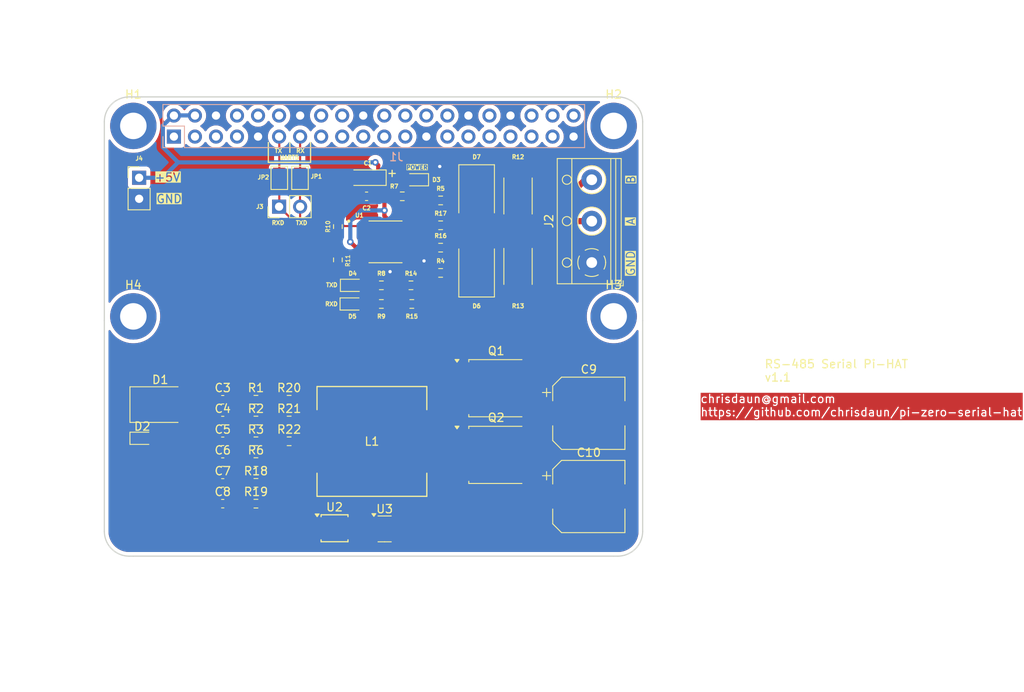
<source format=kicad_pcb>
(kicad_pcb (version 20240108) (generator "pcbnew") (generator_version "8.0")
  (title_block (title "Raspberry Pi Zero (W) uHAT Template Board") (date "2019-02-28") (rev "1.0") (comment 1 "This PCB design is licensed under MIT Open Source License."))
  (layers (0 "F.Cu" signal) (31 "B.Cu" signal) (34 "B.Paste" user) (35 "F.Paste" user) (36 "B.SilkS" user "B.Silkscreen") (37 "F.SilkS" user "F.Silkscreen") (38 "B.Mask" user) (39 "F.Mask" user) (44 "Edge.Cuts" user))
  (net 0 "")
  (net 1 "/GPIO21")
  (net 2 "+5V")
  (net 3 "/GPIO20")
  (net 4 "/GPIO26")
  (net 5 "GND")
  (net 6 "/GPIO16")
  (net 7 "/GPIO19")
  (net 8 "/GPIO13")
  (net 9 "/GPIO12")
  (net 10 "/GPIO6")
  (net 11 "/GPIO5")
  (net 12 "/ID_SC")
  (net 13 "/ID_SD")
  (net 14 "/GPIO7_SPI_CE1_N")
  (net 15 "/GPIO8_SPI_CE0_N")
  (net 16 "/GPIO11_SPI_SCLK")
  (net 17 "/GPIO25_GEN6")
  (net 18 "/GPIO9_SPI_MISO")
  (net 19 "/GPIO10_SPI_MOSI")
  (net 20 "/GPIO24_GEN5")
  (net 21 "/GPIO23_GEN4")
  (net 22 "/GPIO22_GEN3")
  (net 23 "/GPIO18_GEN1")
  (net 24 "/GPIO15_RXD0")
  (net 25 "/GPIO14_TXD0")
  (net 26 "/GPIO4_GPIO_GCLK")
  (net 27 "/GPIO3_SCL1")
  (net 28 "/GPIO2_SDA1")
  (net 29 "Net-(U1-DI)")
  (net 30 "Net-(D3-A)")
  (net 31 "Net-(D5-A)")
  (net 32 "Net-(R14-Pad1)")
  (net 33 "Net-(R16-Pad2)")
  (net 34 "Net-(D4-K)")
  (net 35 "Net-(D4-A)")
  (net 36 "Net-(J2-Pin_2)")
  (net 37 "/+")
  (net 38 "Net-(J2-Pin_3)")
  (net 39 "GPIO17")
  (net 40 "GPIO27")
  (net 41 "Net-(D6-A1)")
  (net 42 "Net-(D7-A1)")
  (net 43 "/-")
  (net 44 "TXD")
  (net 45 "RXD")
  (net 100 "Net-(L1-Pad1)")
  (net 101 "Net-(Q1-S)")
  (footprint "MountingHole:MountingHole_3.2mm_M3_DIN965_Pad" (layer "F.Cu") (at 121.032 94.568)
    (property "Reference" "H1" (at 0 -3.8 0) (layer "F.SilkS"))
    (property "Value" "MountingHole_Pad")
    (pad "1" thru_hole circle (at 0 0) (size 5.6 5.6) (drill 3.2) (layers "*.Cu" "*.Mask") (net 5 "GND"))
  )
  (footprint "MountingHole:MountingHole_3.2mm_M3_DIN965_Pad" (layer "F.Cu") (at 179.032 94.568)
    (property "Reference" "H2" (at 0 -3.8 0) (layer "F.SilkS"))
    (property "Value" "MountingHole_Pad")
    (pad "1" thru_hole circle (at 0 0) (size 5.6 5.6) (drill 3.2) (layers "*.Cu" "*.Mask") (net 5 "GND"))
  )
  (footprint "MountingHole:MountingHole_3.2mm_M3_DIN965_Pad" (layer "F.Cu") (at 179.032 117.568)
    (property "Reference" "H3" (at 0 -3.8 0) (layer "F.SilkS"))
    (property "Value" "MountingHole_Pad")
    (pad "1" thru_hole circle (at 0 0) (size 5.6 5.6) (drill 3.2) (layers "*.Cu" "*.Mask") (net 5 "GND"))
  )
  (footprint "MountingHole:MountingHole_3.2mm_M3_DIN965_Pad" (layer "F.Cu") (at 121.032 117.568)
    (property "Reference" "H4" (at 0 -3.8 0) (layer "F.SilkS"))
    (property "Value" "MountingHole_Pad")
    (pad "1" thru_hole circle (at 0 0) (size 5.6 5.6) (drill 3.2) (layers "*.Cu" "*.Mask") (net 5 "GND"))
  )
  (footprint "Resistor_SMD:R_0603_1608Metric" (layer "F.Cu") (at 158.137 109.268)
    (property "Reference" "R16" (at 0 -1.43 0) (layer "F.SilkS") (effects (font (size 0.5 0.5) (thickness 0.125))))
    (property "Value" "120")
    (pad "1" smd roundrect (at -0.825 0) (size 0.8 0.95) (layers "F.Cu" "F.Paste" "F.Mask") (net 41 "Net-(D6-A1)"))
    (pad "2" smd roundrect (at 0.825 0) (size 0.8 0.95) (layers "F.Cu" "F.Paste" "F.Mask") (net 33 "Net-(R16-Pad2)"))
  )
  (footprint "Resistor_SMD:R_0603_1608Metric" (layer "F.Cu") (at 153.507 103.068)
    (property "Reference" "R7" (at -0.975 -1.2 0) (layer "F.SilkS") (effects (font (size 0.5 0.5) (thickness 0.125))))
    (property "Value" "103")
    (pad "1" smd roundrect (at -0.825 0) (size 0.8 0.95) (layers "F.Cu" "F.Paste" "F.Mask") (net 2 "+5V"))
    (pad "2" smd roundrect (at 0.825 0) (size 0.8 0.95) (layers "F.Cu" "F.Paste" "F.Mask") (net 30 "Net-(D3-A)"))
  )
  (footprint "Jumper:SolderJumper-2_P1.3mm_Open_TrianglePad1.0x1.5mm" (layer "F.Cu") (at 138.657 100.843 -90)
    (property "Reference" "JP2" (at -0.075 1.925 180) (layer "F.SilkS") (effects (font (size 0.5 0.5) (thickness 0.125))))
    (property "Value" "SolderJumper_2_Open")
    (pad "1" smd custom (at -0.725 0 270) (size 0.3 0.3) (layers "F.Cu" "F.Mask") (net 45 "RXD") (options (clearance outline) (anchor rect)) (primitives (gr_poly (pts (xy 1 0) (xy 0.5 0.75) (xy -0.5 0.75) (xy -0.5 -0.75) (xy 0.5 -0.75)) (width 0) (fill yes))))
    (pad "2" smd custom (at 0.725 0 270) (size 0.3 0.3) (layers "F.Cu" "F.Mask") (net 37 "/+") (options (clearance outline) (anchor rect)) (primitives (gr_poly (pts (xy 0.5 0.75) (xy -0.65 0.75) (xy -0.15 0) (xy -0.65 -0.75) (xy 0.5 -0.75)) (width 0) (fill yes))))
  )
  (footprint "Resistor_SMD:R_0603_1608Metric" (layer "F.Cu") (at 135.8365 140.181)
    (property "Reference" "R19" (at 0 -1.43 0) (layer "F.SilkS"))
    (property "Value" "R")
    (pad "1" smd roundrect (at -0.825 0) (size 0.8 0.95) (layers "F.Cu" "F.Paste" "F.Mask"))
    (pad "2" smd roundrect (at 0.825 0) (size 0.8 0.95) (layers "F.Cu" "F.Paste" "F.Mask"))
  )
  (footprint "Capacitor_Tantalum_SMD:CP_EIA-3216-18_Kemet-A" (layer "F.Cu") (at 149.252 100.818 180)
    (property "Reference" "C1" (at -0.1 1.75 0) (layer "F.SilkS") (effects (font (size 0.5 0.5) (thickness 0.125))))
    (property "Value" "C106")
    (pad "1" smd roundrect (at -1.35 0 180) (size 1.4 1.35) (layers "F.Cu" "F.Paste" "F.Mask") (roundrect_rratio 0.185185) (net 2 "+5V"))
    (pad "2" smd roundrect (at 1.35 0 180) (size 1.4 1.35) (layers "F.Cu" "F.Paste" "F.Mask") (roundrect_rratio 0.185185) (net 5 "GND"))
  )
  (footprint "Resistor_SMD:R_0603_1608Metric" (layer "F.Cu") (at 139.8465 130.141)
    (property "Reference" "R21" (at 0 -1.43 0) (layer "F.SilkS"))
    (property "Value" "R")
    (pad "1" smd roundrect (at -0.825 0) (size 0.8 0.95) (layers "F.Cu" "F.Paste" "F.Mask"))
    (pad "2" smd roundrect (at 0.825 0) (size 0.8 0.95) (layers "F.Cu" "F.Paste" "F.Mask"))
  )
  (footprint "Resistor_SMD:R_0603_1608Metric" (layer "F.Cu") (at 139.8465 127.631)
    (property "Reference" "R20" (at 0 -1.43 0) (layer "F.SilkS"))
    (property "Value" "R")
    (pad "1" smd roundrect (at -0.825 0) (size 0.8 0.95) (layers "F.Cu" "F.Paste" "F.Mask"))
    (pad "2" smd roundrect (at 0.825 0) (size 0.8 0.95) (layers "F.Cu" "F.Paste" "F.Mask"))
  )
  (footprint "Jumper:SolderJumper-2_P1.3mm_Open_TrianglePad1.0x1.5mm" (layer "F.Cu") (at 141.157 100.843 -90)
    (property "Reference" "JP1" (at -0.175 -1.975 180) (layer "F.SilkS") (effects (font (size 0.5 0.5) (thickness 0.125))))
    (property "Value" "SolderJumper_2_Open")
    (pad "1" smd custom (at -0.725 0 270) (size 0.3 0.3) (layers "F.Cu" "F.Mask") (net 44 "TXD") (options (clearance outline) (anchor rect)) (primitives (gr_poly (pts (xy 1 0) (xy 0.5 0.75) (xy -0.5 0.75) (xy -0.5 -0.75) (xy 0.5 -0.75)) (width 0) (fill yes))))
    (pad "2" smd custom (at 0.725 0 270) (size 0.3 0.3) (layers "F.Cu" "F.Mask") (net 43 "/-") (options (clearance outline) (anchor rect)) (primitives (gr_poly (pts (xy 0.5 0.75) (xy -0.65 0.75) (xy -0.15 0) (xy -0.65 -0.75) (xy 0.5 -0.75)) (width 0) (fill yes))))
  )
  (footprint "Capacitor_SMD:CP_Elec_8x10.5" (layer "F.Cu") (at 176.032 129.268)
    (property "Reference" "C9" (at 0 -5.3 0) (layer "F.SilkS"))
    (property "Value" "C_Polarized")
    (pad "1" smd roundrect (at -3.7 0) (size 4.4 2.5) (layers "F.Cu" "F.Paste" "F.Mask") (roundrect_rratio 0.1))
    (pad "2" smd roundrect (at 3.7 0) (size 4.4 2.5) (layers "F.Cu" "F.Paste" "F.Mask") (roundrect_rratio 0.1))
  )
  (footprint "Diode_SMD:D_SMB" (layer "F.Cu") (at 162.482 111.568 90)
    (property "Reference" "D6" (at -4.75 0 180) (layer "F.SilkS") (effects (font (size 0.5 0.5) (thickness 0.125))))
    (property "Value" "SMBJ6.8CA")
    (pad "1" smd roundrect (at -2.15 0 90) (size 2.5 2.3) (layers "F.Cu" "F.Paste" "F.Mask") (roundrect_rratio 0.1086956522) (net 41 "Net-(D6-A1)"))
    (pad "2" smd roundrect (at 2.15 0 90) (size 2.5 2.3) (layers "F.Cu" "F.Paste" "F.Mask") (roundrect_rratio 0.1086956522) (net 5 "GND"))
  )
  (footprint "Resistor_SMD:R_0603_1608Metric" (layer "F.Cu") (at 135.8365 135.161)
    (property "Reference" "R6" (at 0 -1.43 0) (layer "F.SilkS"))
    (property "Value" "R")
    (pad "1" smd roundrect (at -0.825 0) (size 0.8 0.95) (layers "F.Cu" "F.Paste" "F.Mask"))
    (pad "2" smd roundrect (at 0.825 0) (size 0.8 0.95) (layers "F.Cu" "F.Paste" "F.Mask"))
  )
  (footprint "Custom Footprints:IND_BOURNS_SRR1208" (layer "F.Cu") (at 149.8409 132.668)
    (property "Reference" "L1" (at 0 0 0) (layer "F.SilkS"))
    (property "Value" "L")
    (pad "1" smd rect (at -4.9911 0) (size 3.9878 7.0104) (layers "F.Cu" "F.Paste" "F.Mask") (net 100 "Net-(L1-Pad1)"))
    (pad "2" smd rect (at 4.9911 0) (size 3.9878 7.0104) (layers "F.Cu" "F.Paste" "F.Mask") (net 101 "Net-(Q1-S)"))
    (zone (net 0) (net_name "") (layer "F.Cu") (connect_pads (clearance 0)) (min_thickness 0.254)
      (keepout (tracks not_allowed) (vias not_allowed) (pads allowed) (copperpour not_allowed) (footprints allowed))
      (fill (thermal_gap 0.508) (thermal_bridge_width 0.508))
      (polygon (pts (xy 146.8945 126.2164) (xy 152.7873 126.2164) (xy 152.7873 139.1196) (xy 146.8945 139.1196)))
    )
  )
  (footprint "Package_SO:TSSOP-10_3x3mm_P0.5mm" (layer "F.Cu") (at 145.3265 143.151)
    (property "Reference" "U2" (at 0 -2.55 0) (layer "F.SilkS"))
    (property "Value" "CX8571")
    (pad "1" smd rect (at -2.15 -1) (size 1.1 0.25) (layers "F.Cu" "F.Paste" "F.Mask"))
    (pad "2" smd rect (at -2.15 -0.5) (size 1.1 0.25) (layers "F.Cu" "F.Paste" "F.Mask"))
    (pad "3" smd rect (at -2.15 0) (size 1.1 0.25) (layers "F.Cu" "F.Paste" "F.Mask"))
    (pad "4" smd rect (at -2.15 0.5) (size 1.1 0.25) (layers "F.Cu" "F.Paste" "F.Mask"))
    (pad "5" smd rect (at -2.15 1) (size 1.1 0.25) (layers "F.Cu" "F.Paste" "F.Mask"))
    (pad "6" smd rect (at 2.15 1) (size 1.1 0.25) (layers "F.Cu" "F.Paste" "F.Mask"))
    (pad "7" smd rect (at 2.15 0.5) (size 1.1 0.25) (layers "F.Cu" "F.Paste" "F.Mask"))
    (pad "8" smd rect (at 2.15 0) (size 1.1 0.25) (layers "F.Cu" "F.Paste" "F.Mask"))
    (pad "9" smd rect (at 2.15 -0.5) (size 1.1 0.25) (layers "F.Cu" "F.Paste" "F.Mask"))
    (pad "10" smd rect (at 2.15 -1) (size 1.1 0.25) (layers "F.Cu" "F.Paste" "F.Mask"))
  )
  (footprint "LED_SMD:LED_0603_1608Metric" (layer "F.Cu") (at 147.482 116.068)
    (property "Reference" "D5" (at 0 1.5 0) (layer "F.SilkS") (effects (font (size 0.5 0.5) (thickness 0.125))))
    (property "Value" "LED_RXD?")
    (pad "1" smd roundrect (at -0.7875 0) (size 0.875 0.95) (layers "F.Cu" "F.Paste" "F.Mask") (net 37 "/+"))
    (pad "2" smd roundrect (at 0.7875 0) (size 0.875 0.95) (layers "F.Cu" "F.Paste" "F.Mask") (net 31 "Net-(D5-A)"))
  )
  (footprint "Capacitor_SMD:C_0603_1608Metric" (layer "F.Cu") (at 131.8265 130.141)
    (property "Reference" "C4" (at 0 -1.43 0) (layer "F.SilkS"))
    (property "Value" "C")
    (pad "1" smd roundrect (at -0.775 0) (size 0.9 0.95) (layers "F.Cu" "F.Paste" "F.Mask"))
    (pad "2" smd roundrect (at 0.775 0) (size 0.9 0.95) (layers "F.Cu" "F.Paste" "F.Mask"))
  )
  (footprint "Resistor_SMD:R_0603_1608Metric" (layer "F.Cu") (at 135.8365 137.671)
    (property "Reference" "R18" (at 0 -1.43 0) (layer "F.SilkS"))
    (property "Value" "R")
    (pad "1" smd roundrect (at -0.825 0) (size 0.8 0.95) (layers "F.Cu" "F.Paste" "F.Mask"))
    (pad "2" smd roundrect (at 0.825 0) (size 0.8 0.95) (layers "F.Cu" "F.Paste" "F.Mask"))
  )
  (footprint "Connector_PinHeader_2.54mm:PinHeader_1x02_P2.54mm_Vertical" (layer "F.Cu") (at 138.632 104.318 90)
    (property "Reference" "J3" (at 0 -2.33 180) (layer "F.SilkS") (effects (font (size 0.5 0.5) (thickness 0.125))))
    (property "Value" "Conn_01x02_Pin")
    (pad "1" thru_hole rect (at 0 0 90) (size 1.7 1.7) (drill 1) (layers "*.Cu" "*.Mask") (net 37 "/+"))
    (pad "2" thru_hole oval (at 0 2.54 90) (size 1.7 1.7) (drill 1) (layers "*.Cu" "*.Mask") (net 43 "/-"))
  )
  (footprint "Resistor_SMD:R_0603_1608Metric" (layer "F.Cu") (at 139.8465 132.651)
    (property "Reference" "R22" (at 0 -1.43 0) (layer "F.SilkS"))
    (property "Value" "R")
    (pad "1" smd roundrect (at -0.825 0) (size 0.8 0.95) (layers "F.Cu" "F.Paste" "F.Mask"))
    (pad "2" smd roundrect (at 0.825 0) (size 0.8 0.95) (layers "F.Cu" "F.Paste" "F.Mask") (net 100 "Net-(L1-Pad1)"))
  )
  (footprint "Connector_PinHeader_2.54mm:PinHeader_1x02_P2.54mm_Vertical" (layer "F.Cu") (at 121.732 100.828)
    (property "Reference" "J4" (at 0 -2.33 0) (layer "F.SilkS") (effects (font (size 0.5 0.5) (thickness 0.125))))
    (property "Value" "Conn_01x02_Pin")
    (pad "1" thru_hole rect (at 0 0) (size 1.7 1.7) (drill 1) (layers "*.Cu" "*.Mask") (net 2 "+5V"))
    (pad "2" thru_hole oval (at 0 2.54) (size 1.7 1.7) (drill 1) (layers "*.Cu" "*.Mask") (net 5 "GND"))
  )
  (footprint "Package_TO_SOT_SMD:TO-252-2" (layer "F.Cu") (at 164.847 134.293)
    (property "Reference" "Q2" (at 0 -4.5 0) (layer "F.SilkS"))
    (property "Value" "AOD4184")
    (pad "1" smd roundrect (at -5.04 -2.28) (size 2.2 1.2) (layers "F.Cu" "F.Paste" "F.Mask") (roundrect_rratio 0.208333))
    (pad "2" smd roundrect (at -0.415 -1.525) (size 3.05 2.75) (layers "F.Cu" "F.Paste") (roundrect_rratio 0.090909))
    (pad "2" smd roundrect (at -0.415 1.525) (size 3.05 2.75) (layers "F.Cu" "F.Paste") (roundrect_rratio 0.090909))
    (pad "2" smd roundrect (at 1.26 0) (size 6.4 5.8) (layers "F.Cu" "F.Mask") (roundrect_rratio 0.043103))
    (pad "2" smd roundrect (at 2.935 -1.525) (size 3.05 2.75) (layers "F.Cu" "F.Paste") (roundrect_rratio 0.090909))
    (pad "2" smd roundrect (at 2.935 1.525) (size 3.05 2.75) (layers "F.Cu" "F.Paste") (roundrect_rratio 0.090909))
    (pad "3" smd roundrect (at -5.04 2.28) (size 2.2 1.2) (layers "F.Cu" "F.Paste" "F.Mask") (roundrect_rratio 0.208333))
  )
  (footprint "LED_SMD:LED_0603_1608Metric" (layer "F.Cu") (at 147.5195 113.818)
    (property "Reference" "D4" (at 0 -1.43 0) (layer "F.SilkS") (effects (font (size 0.5 0.5) (thickness 0.125))))
    (property "Value" "LED_TXD?")
    (pad "1" smd roundrect (at -0.7875 0) (size 0.875 0.95) (layers "F.Cu" "F.Paste" "F.Mask") (net 34 "Net-(D4-K)"))
    (pad "2" smd roundrect (at 0.7875 0) (size 0.875 0.95) (layers "F.Cu" "F.Paste" "F.Mask") (net 35 "Net-(D4-A)"))
  )
  (footprint "Resistor_SMD:R_0603_1608Metric" (layer "F.Cu") (at 135.8365 127.631)
    (property "Reference" "R1" (at 0 -1.43 0) (layer "F.SilkS"))
    (property "Value" "R")
    (pad "1" smd roundrect (at -0.825 0) (size 0.8 0.95) (layers "F.Cu" "F.Paste" "F.Mask"))
    (pad "2" smd roundrect (at 0.825 0) (size 0.8 0.95) (layers "F.Cu" "F.Paste" "F.Mask"))
  )
  (footprint "Capacitor_SMD:C_0603_1608Metric" (layer "F.Cu") (at 131.8265 132.651)
    (property "Reference" "C5" (at 0 -1.43 0) (layer "F.SilkS"))
    (property "Value" "C")
    (pad "1" smd roundrect (at -0.775 0) (size 0.9 0.95) (layers "F.Cu" "F.Paste" "F.Mask"))
    (pad "2" smd roundrect (at 0.775 0) (size 0.9 0.95) (layers "F.Cu" "F.Paste" "F.Mask"))
  )
  (footprint "Resistor_SMD:R_0603_1608Metric" (layer "F.Cu") (at 158.137 112.318)
    (property "Reference" "R4" (at 0 -1.43 0) (layer "F.SilkS") (effects (font (size 0.5 0.5) (thickness 0.125))))
    (property "Value" "472")
    (pad "1" smd roundrect (at -0.825 0) (size 0.8 0.95) (layers "F.Cu" "F.Paste" "F.Mask") (net 2 "+5V"))
    (pad "2" smd roundrect (at 0.825 0) (size 0.8 0.95) (layers "F.Cu" "F.Paste" "F.Mask") (net 41 "Net-(D6-A1)"))
  )
  (footprint "Resistor_SMD:R_0603_1608Metric" (layer "F.Cu") (at 154.657 116.068)
    (property "Reference" "R15" (at 0 1.5 0) (layer "F.SilkS") (effects (font (size 0.5 0.5) (thickness 0.125))))
    (property "Value" "202")
    (pad "1" smd roundrect (at -0.825 0) (size 0.8 0.95) (layers "F.Cu" "F.Paste" "F.Mask") (net 2 "+5V"))
    (pad "2" smd roundrect (at 0.825 0) (size 0.8 0.95) (layers "F.Cu" "F.Paste" "F.Mask") (net 5 "GND"))
  )
  (footprint "Resistor_SMD:R_0603_1608Metric" (layer "F.Cu") (at 150.982 116.068)
    (property "Reference" "R9" (at 0 1.5 0) (layer "F.SilkS") (effects (font (size 0.5 0.5) (thickness 0.125))))
    (property "Value" "472")
    (pad "1" smd roundrect (at -0.825 0) (size 0.8 0.95) (layers "F.Cu" "F.Paste" "F.Mask") (net 31 "Net-(D5-A)"))
    (pad "2" smd roundrect (at 0.825 0) (size 0.8 0.95) (layers "F.Cu" "F.Paste" "F.Mask") (net 2 "+5V"))
  )
  (footprint "Resistor_SMD:R_2512_6332Metric" (layer "F.Cu") (at 167.482 103.0305 -90)
    (property "Reference" "R12" (at -4.7125 0 0) (layer "F.SilkS") (effects (font (size 0.5 0.5) (thickness 0.125))))
    (property "Value" "10R0")
    (pad "1" smd roundrect (at -2.9625 0 270) (size 1.225 3.35) (layers "F.Cu" "F.Paste" "F.Mask") (roundrect_rratio 0.204082) (net 42 "Net-(D7-A1)"))
    (pad "2" smd roundrect (at 2.9625 0 270) (size 1.225 3.35) (layers "F.Cu" "F.Paste" "F.Mask") (roundrect_rratio 0.204082) (net 38 "Net-(J2-Pin_3)"))
  )
  (footprint "Resistor_SMD:R_2512_6332Metric" (layer "F.Cu") (at 167.482 111.5305 90)
    (property "Reference" "R13" (at -4.7875 0 0) (layer "F.SilkS") (effects (font (size 0.5 0.5) (thickness 0.125))))
    (property "Value" "10R0")
    (pad "1" smd roundrect (at -2.9625 0 90) (size 1.225 3.35) (layers "F.Cu" "F.Paste" "F.Mask") (roundrect_rratio 0.204082) (net 41 "Net-(D6-A1)"))
    (pad "2" smd roundrect (at 2.9625 0 90) (size 1.225 3.35) (layers "F.Cu" "F.Paste" "F.Mask") (roundrect_rratio 0.204082) (net 36 "Net-(J2-Pin_2)"))
  )
  (footprint "Diode_SMD:D_SMB" (layer "F.Cu") (at 124.282 128.218)
    (property "Reference" "D1" (at 0 -3 0) (layer "F.SilkS"))
    (property "Value" "D")
    (pad "1" smd roundrect (at -2.15 0) (size 2.5 2.3) (layers "F.Cu" "F.Paste" "F.Mask") (roundrect_rratio 0.1086956522))
    (pad "2" smd roundrect (at 2.15 0) (size 2.5 2.3) (layers "F.Cu" "F.Paste" "F.Mask") (roundrect_rratio 0.1086956522))
  )
  (footprint "Resistor_SMD:R_0603_1608Metric" (layer "F.Cu") (at 158.137 106.568)
    (property "Reference" "R17" (at 0 -1.43 0) (layer "F.SilkS") (effects (font (size 0.5 0.5) (thickness 0.125))))
    (property "Value" "121")
    (pad "1" smd roundrect (at -0.825 0) (size 0.8 0.95) (layers "F.Cu" "F.Paste" "F.Mask") (net 42 "Net-(D7-A1)"))
    (pad "2" smd roundrect (at 0.825 0) (size 0.8 0.95) (layers "F.Cu" "F.Paste" "F.Mask") (net 33 "Net-(R16-Pad2)"))
  )
  (footprint "Capacitor_SMD:C_0603_1608Metric" (layer "F.Cu") (at 131.8265 140.181)
    (property "Reference" "C8" (at 0 -1.43 0) (layer "F.SilkS"))
    (property "Value" "C")
    (pad "1" smd roundrect (at -0.775 0) (size 0.9 0.95) (layers "F.Cu" "F.Paste" "F.Mask"))
    (pad "2" smd roundrect (at 0.775 0) (size 0.9 0.95) (layers "F.Cu" "F.Paste" "F.Mask"))
  )
  (footprint "Capacitor_SMD:C_0603_1608Metric" (layer "F.Cu") (at 131.8265 127.631)
    (property "Reference" "C3" (at 0 -1.43 0) (layer "F.SilkS"))
    (property "Value" "C")
    (pad "1" smd roundrect (at -0.775 0) (size 0.9 0.95) (layers "F.Cu" "F.Paste" "F.Mask"))
    (pad "2" smd roundrect (at 0.775 0) (size 0.9 0.95) (layers "F.Cu" "F.Paste" "F.Mask"))
  )
  (footprint "Resistor_SMD:R_0603_1608Metric" (layer "F.Cu") (at 145.732 106.723 90)
    (property "Reference" "R10" (at 0 -1.2 90) (layer "F.SilkS") (effects (font (size 0.5 0.5) (thickness 0.1) (bold yes))))
    (property "Value" "200")
    (pad "1" smd roundrect (at -0.825 0 90) (size 0.8 0.95) (layers "F.Cu" "F.Paste" "F.Mask") (net 43 "/-"))
    (pad "2" smd roundrect (at 0.825 0 90) (size 0.8 0.95) (layers "F.Cu" "F.Paste" "F.Mask") (net 34 "Net-(D4-K)"))
  )
  (footprint "Diode_SMD:D_SMB" (layer "F.Cu") (at 162.482 102.918 -90)
    (property "Reference" "D7" (at -4.6 0 180) (layer "F.SilkS") (effects (font (size 0.5 0.5) (thickness 0.125))))
    (property "Value" "SMBJ6.8CA")
    (pad "1" smd roundrect (at -2.15 0 270) (size 2.5 2.3) (layers "F.Cu" "F.Paste" "F.Mask") (roundrect_rratio 0.1086956522) (net 42 "Net-(D7-A1)"))
    (pad "2" smd roundrect (at 2.15 0 270) (size 2.5 2.3) (layers "F.Cu" "F.Paste" "F.Mask") (roundrect_rratio 0.1086956522) (net 5 "GND"))
  )
  (footprint "LED_SMD:LED_0603_1608Metric" (layer "F.Cu") (at 155.1945 101.068 180)
    (property "Reference" "D3" (at -2.4375 0 0) (layer "F.SilkS") (effects (font (size 0.5 0.5) (thickness 0.125))))
    (property "Value" "POWER_LED")
    (pad "1" smd roundrect (at -0.7875 0 180) (size 0.875 0.95) (layers "F.Cu" "F.Paste" "F.Mask") (net 5 "GND"))
    (pad "2" smd roundrect (at 0.7875 0 180) (size 0.875 0.95) (layers "F.Cu" "F.Paste" "F.Mask") (net 30 "Net-(D3-A)"))
  )
  (footprint "Resistor_SMD:R_0603_1608Metric" (layer "F.Cu") (at 154.557 113.818)
    (property "Reference" "R14" (at 0 -1.43 0) (layer "F.SilkS") (effects (font (size 0.5 0.5) (thickness 0.125))))
    (property "Value" "471")
    (pad "1" smd roundrect (at -0.825 0) (size 0.8 0.95) (layers "F.Cu" "F.Paste" "F.Mask") (net 32 "Net-(R14-Pad1)"))
    (pad "2" smd roundrect (at 0.825 0) (size 0.8 0.95) (layers "F.Cu" "F.Paste" "F.Mask") (net 2 "+5V"))
  )
  (footprint "LED_SMD:LED_0603_1608Metric" (layer "F.Cu") (at 122.107 132.288)
    (property "Reference" "D2" (at 0 -1.43 0) (layer "F.SilkS"))
    (property "Value" "LED")
    (pad "1" smd roundrect (at -0.7875 0) (size 0.875 0.95) (layers "F.Cu" "F.Paste" "F.Mask"))
    (pad "2" smd roundrect (at 0.7875 0) (size 0.875 0.95) (layers "F.Cu" "F.Paste" "F.Mask"))
  )
  (footprint "Package_TO_SOT_SMD:TO-252-2" (layer "F.Cu") (at 164.847 126.238)
    (property "Reference" "Q1" (at 0 -4.5 0) (layer "F.SilkS"))
    (property "Value" "AOD4184")
    (pad "1" smd roundrect (at -5.04 -2.28) (size 2.2 1.2) (layers "F.Cu" "F.Paste" "F.Mask") (roundrect_rratio 0.208333))
    (pad "2" smd roundrect (at -0.415 -1.525) (size 3.05 2.75) (layers "F.Cu" "F.Paste") (roundrect_rratio 0.090909))
    (pad "2" smd roundrect (at -0.415 1.525) (size 3.05 2.75) (layers "F.Cu" "F.Paste") (roundrect_rratio 0.090909))
    (pad "2" smd roundrect (at 1.26 0) (size 6.4 5.8) (layers "F.Cu" "F.Mask") (roundrect_rratio 0.043103))
    (pad "2" smd roundrect (at 2.935 -1.525) (size 3.05 2.75) (layers "F.Cu" "F.Paste") (roundrect_rratio 0.090909))
    (pad "2" smd roundrect (at 2.935 1.525) (size 3.05 2.75) (layers "F.Cu" "F.Paste") (roundrect_rratio 0.090909))
    (pad "3" smd roundrect (at -5.04 2.28) (size 2.2 1.2) (layers "F.Cu" "F.Paste" "F.Mask") (roundrect_rratio 0.208333) (net 101 "Net-(Q1-S)"))
  )
  (footprint "Custom Footprints:SOIC127P600X175-8N" (layer "F.Cu") (at 151.482 108.568)
    (property "Reference" "U1" (at -3.15 -3.2 0) (layer "F.SilkS") (effects (font (size 0.5 0.5) (thickness 0.125))))
    (property "Value" "MAX13487EESAT")
    (pad "1" smd roundrect (at -2.475 -1.905) (size 1.97 0.59) (layers "F.Cu" "F.Paste" "F.Mask") (roundrect_rratio 0.125) (net 34 "Net-(D4-K)"))
    (pad "2" smd roundrect (at -2.475 -0.635) (size 1.97 0.59) (layers "F.Cu" "F.Paste" "F.Mask") (roundrect_rratio 0.125) (net 2 "+5V"))
    (pad "3" smd roundrect (at -2.475 0.635) (size 1.97 0.59) (layers "F.Cu" "F.Paste" "F.Mask") (roundrect_rratio 0.125) (net 2 "+5V"))
    (pad "4" smd roundrect (at -2.475 1.905) (size 1.97 0.59) (layers "F.Cu" "F.Paste" "F.Mask") (roundrect_rratio 0.125) (net 29 "Net-(U1-DI)"))
    (pad "5" smd roundrect (at 2.475 1.905) (size 1.97 0.59) (layers "F.Cu" "F.Paste" "F.Mask") (roundrect_rratio 0.125) (net 5 "GND"))
    (pad "6" smd roundrect (at 2.475 0.635) (size 1.97 0.59) (layers "F.Cu" "F.Paste" "F.Mask") (roundrect_rratio 0.125) (net 41 "Net-(D6-A1)"))
    (pad "7" smd roundrect (at 2.475 -0.635) (size 1.97 0.59) (layers "F.Cu" "F.Paste" "F.Mask") (roundrect_rratio 0.125) (net 42 "Net-(D7-A1)"))
    (pad "8" smd roundrect (at 2.475 -1.905) (size 1.97 0.59) (layers "F.Cu" "F.Paste" "F.Mask") (roundrect_rratio 0.125) (net 2 "+5V"))
  )
  (footprint "Package_TO_SOT_SMD:SOT-23-6" (layer "F.Cu") (at 151.3765 143.226)
    (property "Reference" "U3" (at 0 -2.4 0) (layer "F.SilkS"))
    (property "Value" "RZC7512")
    (pad "1" smd roundrect (at -1.1375 -0.95) (size 1.325 0.6) (layers "F.Cu" "F.Paste" "F.Mask"))
    (pad "2" smd roundrect (at -1.1375 0) (size 1.325 0.6) (layers "F.Cu" "F.Paste" "F.Mask"))
    (pad "3" smd roundrect (at -1.1375 0.95) (size 1.325 0.6) (layers "F.Cu" "F.Paste" "F.Mask"))
    (pad "4" smd roundrect (at 1.1375 0.95) (size 1.325 0.6) (layers "F.Cu" "F.Paste" "F.Mask"))
    (pad "5" smd roundrect (at 1.1375 0) (size 1.325 0.6) (layers "F.Cu" "F.Paste" "F.Mask"))
    (pad "6" smd roundrect (at 1.1375 -0.95) (size 1.325 0.6) (layers "F.Cu" "F.Paste" "F.Mask"))
  )
  (footprint "TerminalBlock_RND:TerminalBlock_RND_205-00013_1x03_P5.00mm_Horizontal" (layer "F.Cu") (at 176.382 111.068 90)
    (property "Reference" "J2" (at 5 -5.16 90) (layer "F.SilkS"))
    (property "Value" "Screw_Terminal_01x03")
    (pad "1" thru_hole rect (at 0 0 90) (size 2.5 2.5) (drill 1.3) (layers "*.Cu" "*.Mask") (net 5 "GND"))
    (pad "2" thru_hole circle (at 5 0 90) (size 2.5 2.5) (drill 1.3) (layers "*.Cu" "*.Mask") (net 36 "Net-(J2-Pin_2)"))
    (pad "3" thru_hole circle (at 10 0 90) (size 2.5 2.5) (drill 1.3) (layers "*.Cu" "*.Mask") (net 38 "Net-(J2-Pin_3)"))
  )
  (footprint "Capacitor_SMD:C_0603_1608Metric" (layer "F.Cu") (at 131.8265 135.161)
    (property "Reference" "C6" (at 0 -1.43 0) (layer "F.SilkS"))
    (property "Value" "C")
    (pad "1" smd roundrect (at -0.775 0) (size 0.9 0.95) (layers "F.Cu" "F.Paste" "F.Mask"))
    (pad "2" smd roundrect (at 0.775 0) (size 0.9 0.95) (layers "F.Cu" "F.Paste" "F.Mask"))
  )
  (footprint "Resistor_SMD:R_0603_1608Metric" (layer "F.Cu") (at 135.8365 132.651)
    (property "Reference" "R3" (at 0 -1.43 0) (layer "F.SilkS"))
    (property "Value" "R")
    (pad "1" smd roundrect (at -0.825 0) (size 0.8 0.95) (layers "F.Cu" "F.Paste" "F.Mask"))
    (pad "2" smd roundrect (at 0.825 0) (size 0.8 0.95) (layers "F.Cu" "F.Paste" "F.Mask"))
  )
  (footprint "Resistor_SMD:R_0603_1608Metric" (layer "F.Cu") (at 135.8365 130.141)
    (property "Reference" "R2" (at 0 -1.43 0) (layer "F.SilkS"))
    (property "Value" "R")
    (pad "1" smd roundrect (at -0.825 0) (size 0.8 0.95) (layers "F.Cu" "F.Paste" "F.Mask"))
    (pad "2" smd roundrect (at 0.825 0) (size 0.8 0.95) (layers "F.Cu" "F.Paste" "F.Mask"))
  )
  (footprint "Resistor_SMD:R_0603_1608Metric" (layer "F.Cu") (at 158.137 103.568)
    (property "Reference" "R5" (at 0 -1.43 0) (layer "F.SilkS") (effects (font (size 0.5 0.5) (thickness 0.125))))
    (property "Value" "472")
    (pad "1" smd roundrect (at -0.825 0) (size 0.8 0.95) (layers "F.Cu" "F.Paste" "F.Mask") (net 5 "GND"))
    (pad "2" smd roundrect (at 0.825 0) (size 0.8 0.95) (layers "F.Cu" "F.Paste" "F.Mask") (net 42 "Net-(D7-A1)"))
  )
  (footprint "Resistor_SMD:R_0603_1608Metric" (layer "F.Cu") (at 145.732 110.743 -90)
    (property "Reference" "R11" (at 0.105 -1.2 90) (layer "F.SilkS") (effects (font (size 0.5 0.5) (thickness 0.1) (bold yes))))
    (property "Value" "200")
    (pad "1" smd roundrect (at -0.825 0 270) (size 0.8 0.95) (layers "F.Cu" "F.Paste" "F.Mask") (net 37 "/+"))
    (pad "2" smd roundrect (at 0.825 0 270) (size 0.8 0.95) (layers "F.Cu" "F.Paste" "F.Mask") (net 29 "Net-(U1-DI)"))
  )
  (footprint "Resistor_SMD:R_0603_1608Metric" (layer "F.Cu") (at 150.982 113.818)
    (property "Reference" "R8" (at 0 -1.43 0) (layer "F.SilkS") (effects (font (size 0.5 0.5) (thickness 0.125))))
    (property "Value" "472")
    (pad "1" smd roundrect (at -0.825 0) (size 0.8 0.95) (layers "F.Cu" "F.Paste" "F.Mask") (net 35 "Net-(D4-A)"))
    (pad "2" smd roundrect (at 0.825 0) (size 0.8 0.95) (layers "F.Cu" "F.Paste" "F.Mask") (net 32 "Net-(R14-Pad1)"))
  )
  (footprint "Capacitor_SMD:CP_Elec_8x10.5" (layer "F.Cu") (at 176.032 139.318)
    (property "Reference" "C10" (at 0 -5.3 0) (layer "F.SilkS"))
    (property "Value" "C_Polarized")
    (pad "1" smd roundrect (at -3.7 0) (size 4.4 2.5) (layers "F.Cu" "F.Paste" "F.Mask") (roundrect_rratio 0.1))
    (pad "2" smd roundrect (at 3.7 0) (size 4.4 2.5) (layers "F.Cu" "F.Paste" "F.Mask") (roundrect_rratio 0.1))
  )
  (footprint "Capacitor_SMD:C_0603_1608Metric" (layer "F.Cu") (at 131.8265 137.671)
    (property "Reference" "C7" (at 0 -1.43 0) (layer "F.SilkS"))
    (property "Value" "C")
    (pad "1" smd roundrect (at -0.775 0) (size 0.9 0.95) (layers "F.Cu" "F.Paste" "F.Mask"))
    (pad "2" smd roundrect (at 0.775 0) (size 0.9 0.95) (layers "F.Cu" "F.Paste" "F.Mask"))
  )
  (footprint "Capacitor_SMD:C_0603_1608Metric" (layer "F.Cu") (at 149.197 103.068 180)
    (property "Reference" "C2" (at 0 -1.43 180) (layer "F.SilkS") (effects (font (size 0.5 0.5) (thickness 0.125))))
    (property "Value" "?")
    (pad "1" smd roundrect (at -0.775 0 180) (size 0.9 0.95) (layers "F.Cu" "F.Paste" "F.Mask") (net 2 "+5V"))
    (pad "2" smd roundrect (at 0.775 0 180) (size 0.9 0.95) (layers "F.Cu" "F.Paste" "F.Mask") (net 5 "GND"))
  )
  (footprint "lib:PinSocket_2x20_P2.54mm_Vertical_Centered_Anchor" (layer "B.Cu") (at 150.062 94.588 -90)
    (property "Reference" "J1" (at 3.73 -2.72 0) (layer "B.SilkS") (effects (justify mirror)))
    (property "Value" "GPIO_CONNECTOR")
    (pad "1" thru_hole rect (at 1.27 24.13 270) (size 1.7 1.7) (drill 1) (layers "*.Cu" "*.Mask"))
    (pad "2" thru_hole oval (at -1.27 24.13 270) (size 1.7 1.7) (drill 1) (layers "*.Cu" "*.Mask") (net 2 "+5V"))
    (pad "3" thru_hole oval (at 1.27 21.59 270) (size 1.7 1.7) (drill 1) (layers "*.Cu" "*.Mask") (net 28 "/GPIO2_SDA1"))
    (pad "4" thru_hole oval (at -1.27 21.59 270) (size 1.7 1.7) (drill 1) (layers "*.Cu" "*.Mask") (net 2 "+5V"))
    (pad "5" thru_hole oval (at 1.27 19.05 270) (size 1.7 1.7) (drill 1) (layers "*.Cu" "*.Mask") (net 27 "/GPIO3_SCL1"))
    (pad "6" thru_hole oval (at -1.27 19.05 270) (size 1.7 1.7) (drill 1) (layers "*.Cu" "*.Mask") (net 5 "GND"))
    (pad "7" thru_hole oval (at 1.27 16.51 270) (size 1.7 1.7) (drill 1) (layers "*.Cu" "*.Mask") (net 26 "/GPIO4_GPIO_GCLK"))
    (pad "8" thru_hole oval (at -1.27 16.51 270) (size 1.7 1.7) (drill 1) (layers "*.Cu" "*.Mask") (net 25 "/GPIO14_TXD0"))
    (pad "9" thru_hole oval (at 1.27 13.97 270) (size 1.7 1.7) (drill 1) (layers "*.Cu" "*.Mask") (net 5 "GND"))
    (pad "10" thru_hole oval (at -1.27 13.97 270) (size 1.7 1.7) (drill 1) (layers "*.Cu" "*.Mask") (net 24 "/GPIO15_RXD0"))
    (pad "11" thru_hole oval (at 1.27 11.43 270) (size 1.7 1.7) (drill 1) (layers "*.Cu" "*.Mask") (net 39 "GPIO17"))
    (pad "12" thru_hole oval (at -1.27 11.43 270) (size 1.7 1.7) (drill 1) (layers "*.Cu" "*.Mask") (net 23 "/GPIO18_GEN1"))
    (pad "13" thru_hole oval (at 1.27 8.89 270) (size 1.7 1.7) (drill 1) (layers "*.Cu" "*.Mask") (net 40 "GPIO27"))
    (pad "14" thru_hole oval (at -1.27 8.89 270) (size 1.7 1.7) (drill 1) (layers "*.Cu" "*.Mask") (net 5 "GND"))
    (pad "15" thru_hole oval (at 1.27 6.35 270) (size 1.7 1.7) (drill 1) (layers "*.Cu" "*.Mask") (net 22 "/GPIO22_GEN3"))
    (pad "16" thru_hole oval (at -1.27 6.35 270) (size 1.7 1.7) (drill 1) (layers "*.Cu" "*.Mask") (net 21 "/GPIO23_GEN4"))
    (pad "17" thru_hole oval (at 1.27 3.81 270) (size 1.7 1.7) (drill 1) (layers "*.Cu" "*.Mask"))
    (pad "18" thru_hole oval (at -1.27 3.81 270) (size 1.7 1.7) (drill 1) (layers "*.Cu" "*.Mask") (net 20 "/GPIO24_GEN5"))
    (pad "19" thru_hole oval (at 1.27 1.27 270) (size 1.7 1.7) (drill 1) (layers "*.Cu" "*.Mask") (net 19 "/GPIO10_SPI_MOSI"))
    (pad "20" thru_hole oval (at -1.27 1.27 270) (size 1.7 1.7) (drill 1) (layers "*.Cu" "*.Mask") (net 5 "GND"))
    (pad "21" thru_hole oval (at 1.27 -1.27 270) (size 1.7 1.7) (drill 1) (layers "*.Cu" "*.Mask") (net 18 "/GPIO9_SPI_MISO"))
    (pad "22" thru_hole oval (at -1.27 -1.27 270) (size 1.7 1.7) (drill 1) (layers "*.Cu" "*.Mask") (net 17 "/GPIO25_GEN6"))
    (pad "23" thru_hole oval (at 1.27 -3.81 270) (size 1.7 1.7) (drill 1) (layers "*.Cu" "*.Mask") (net 16 "/GPIO11_SPI_SCLK"))
    (pad "24" thru_hole oval (at -1.27 -3.81 270) (size 1.7 1.7) (drill 1) (layers "*.Cu" "*.Mask") (net 15 "/GPIO8_SPI_CE0_N"))
    (pad "25" thru_hole oval (at 1.27 -6.35 270) (size 1.7 1.7) (drill 1) (layers "*.Cu" "*.Mask") (net 5 "GND"))
    (pad "26" thru_hole oval (at -1.27 -6.35 270) (size 1.7 1.7) (drill 1) (layers "*.Cu" "*.Mask") (net 14 "/GPIO7_SPI_CE1_N"))
    (pad "27" thru_hole oval (at 1.27 -8.89 270) (size 1.7 1.7) (drill 1) (layers "*.Cu" "*.Mask") (net 13 "/ID_SD"))
    (pad "28" thru_hole oval (at -1.27 -8.89 270) (size 1.7 1.7) (drill 1) (layers "*.Cu" "*.Mask") (net 12 "/ID_SC"))
    (pad "29" thru_hole oval (at 1.27 -11.43 270) (size 1.7 1.7) (drill 1) (layers "*.Cu" "*.Mask") (net 11 "/GPIO5"))
    (pad "30" thru_hole oval (at -1.27 -11.43 270) (size 1.7 1.7) (drill 1) (layers "*.Cu" "*.Mask") (net 5 "GND"))
    (pad "31" thru_hole oval (at 1.27 -13.97 270) (size 1.7 1.7) (drill 1) (layers "*.Cu" "*.Mask") (net 10 "/GPIO6"))
    (pad "32" thru_hole oval (at -1.27 -13.97 270) (size 1.7 1.7) (drill 1) (layers "*.Cu" "*.Mask") (net 9 "/GPIO12"))
    (pad "33" thru_hole oval (at 1.27 -16.51 270) (size 1.7 1.7) (drill 1) (layers "*.Cu" "*.Mask") (net 8 "/GPIO13"))
    (pad "34" thru_hole oval (at -1.27 -16.51 270) (size 1.7 1.7) (drill 1) (layers "*.Cu" "*.Mask") (net 5 "GND"))
    (pad "35" thru_hole oval (at 1.27 -19.05 270) (size 1.7 1.7) (drill 1) (layers "*.Cu" "*.Mask") (net 7 "/GPIO19"))
    (pad "36" thru_hole oval (at -1.27 -19.05 270) (size 1.7 1.7) (drill 1) (layers "*.Cu" "*.Mask") (net 6 "/GPIO16"))
    (pad "37" thru_hole oval (at 1.27 -21.59 270) (size 1.7 1.7) (drill 1) (layers "*.Cu" "*.Mask") (net 4 "/GPIO26"))
    (pad "38" thru_hole oval (at -1.27 -21.59 270) (size 1.7 1.7) (drill 1) (layers "*.Cu" "*.Mask") (net 3 "/GPIO20"))
    (pad "39" thru_hole oval (at 1.27 -24.13 270) (size 1.7 1.7) (drill 1) (layers "*.Cu" "*.Mask") (net 5 "GND"))
    (pad "40" thru_hole oval (at -1.27 -24.13 270) (size 1.7 1.7) (drill 1) (layers "*.Cu" "*.Mask") (net 1 "/GPIO21"))
  )
  (gr_line (start 142.432 98.968) (end 137.332 98.968) (stroke (width 0.15)) (layer "F.SilkS"))
  (gr_line (start 137.332 98.968) (end 137.332 96.568) (stroke (width 0.15)) (layer "F.SilkS"))
  (gr_line (start 142.432 96.568) (end 142.432 98.968) (stroke (width 0.15)) (layer "F.SilkS"))
  (gr_line (start 139.932 96.568) (end 139.932 97.768) (stroke (width 0.15)) (layer "F.SilkS"))
  (gr_line (start 121.032 146.518) (end 179.032 146.518) (stroke (width 0.15)) (layer "Edge.Cuts"))
  (gr_arc (start 179.532 91.068) (mid 181.65332 91.94668) (end 182.532 94.068) (stroke (width 0.15)) (layer "Edge.Cuts"))
  (gr_arc (start 182.532 143.518) (mid 181.65332 145.63932) (end 179.532 146.518) (stroke (width 0.15)) (layer "Edge.Cuts"))
  (gr_arc (start 120.532 146.518) (mid 118.41068 145.63932) (end 117.532 143.518) (stroke (width 0.15)) (layer "Edge.Cuts"))
  (gr_arc (start 117.532 94.068) (mid 118.41068 91.94668) (end 120.532 91.068) (stroke (width 0.15)) (layer "Edge.Cuts"))
  (gr_line (start 117.532 118.068) (end 117.532 94.068) (stroke (width 0.15)) (layer "Edge.Cuts"))
  (gr_line (start 120.532 91.068) (end 179.532 91.068) (stroke (width 0.15)) (layer "Edge.Cuts"))
  (gr_line (start 182.532 94.068) (end 182.532 118.068) (stroke (width 0.15)) (layer "Edge.Cuts"))
  (gr_line (start 117.532 143.518) (end 117.532 118.068) (stroke (width 0.15)) (layer "Edge.Cuts"))
  (gr_line (start 121.032 146.518) (end 120.532 146.518) (stroke (width 0.15)) (layer "Edge.Cuts"))
  (gr_line (start 182.532 118.068) (end 182.532 143.518) (stroke (width 0.15)) (layer "Edge.Cuts"))
  (gr_line (start 179.532 146.518) (end 179.032 146.518) (stroke (width 0.15)) (layer "Edge.Cuts"))
  (gr_text "chrisdaun@gmail.com\nhttps://github.com/chrisdaun/pi-zero-serial-hat" (at 189.432 129.718 0) (layer "F.Cu" knockout) (effects (font (size 1 1)) (justify left bottom)))
  (gr_text "TXD" (at 140.582 106.568 0) (layer "F.SilkS") (effects (font (size 0.5 0.5) (thickness 0.125)) (justify left bottom)))
  (gr_text "RXD" (at 144.132 116.368 0) (layer "F.SilkS") (effects (font (size 0.5 0.5) (thickness 0.125)) (justify left bottom)))
  (gr_text "GND" (at 123.732 103.968 0) (layer "F.SilkS" knockout) (effects (font (size 1 1)) (justify left bottom)))
  (gr_text "UART5" (at 138.632 98.668 0) (layer "F.SilkS") (effects (font (size 0.5 0.5) (thickness 0.125)) (justify left bottom)))
  (gr_text "POWER" (at 153.932 99.868 0) (layer "F.SilkS" knockout) (effects (font (size 0.5 0.5) (thickness 0.125) (bold yes)) (justify left bottom)))
  (gr_text "RX" (at 140.632 97.868 0) (layer "F.SilkS") (effects (font (size 0.5 0.5) (thickness 0.125)) (justify left bottom)))
  (gr_text "GND" (at 181.682 112.768 90) (layer "F.SilkS" knockout) (effects (font (size 1 1) (thickness 0.12)) (justify left bottom)))
  (gr_text "RS-485 Serial Pi-HAT\nv1.1" (at 197.182 125.518 0) (layer "F.SilkS") (effects (font (size 1 1)) (justify left bottom)))
  (gr_text "+" (at 151.562 100.818 0) (layer "F.SilkS") (effects (font (size 1 1)) (justify left bottom)))
  (gr_text "B" (at 181.732 101.668 90) (layer "F.SilkS" knockout) (effects (font (size 1 1)) (justify left bottom)))
  (gr_text "A" (at 181.682 106.618 90) (layer "F.SilkS" knockout) (effects (font (size 1 1) (thickness 0.12)) (justify left bottom)))
  (gr_text "TXD" (at 144.232 114.068 0) (layer "F.SilkS") (effects (font (size 0.5 0.5) (thickness 0.125)) (justify left bottom)))
  (gr_text "+5V" (at 123.532 101.368 0) (layer "F.SilkS" knockout) (effects (font (size 1 1)) (justify left bottom)))
  (gr_text "RXD" (at 137.682 106.568 0) (layer "F.SilkS") (effects (font (size 0.5 0.5) (thickness 0.125)) (justify left bottom)))
  (gr_text "TX" (at 138.032 97.868 0) (layer "F.SilkS") (effects (font (size 0.5 0.5) (thickness 0.125)) (justify left bottom)))
  (segment (start 149.007 107.933) (end 149.007 109.203) (width 0.5) (layer "F.Cu") (net 2))
  (segment (start 149.972 103.068) (end 151.352 103.068) (width 0.5) (layer "F.Cu") (net 2))
  (segment (start 151.352 105.438) (end 151.357 105.443) (width 0.5) (layer "F.Cu") (net 2))
  (segment (start 151.357 105.443) (end 151.982 106.068) (width 0.5) (layer "F.Cu") (net 2))
  (segment (start 153.732 112.318) (end 155.232 112.318) (width 0.5) (layer "F.Cu") (net 2))
  (segment (start 151.982 106.068) (end 151.982 110.568) (width 0.5) (layer "F.Cu") (net 2))
  (segment (start 151.352 103.068) (end 151.352 105.438) (width 0.5) (layer "F.Cu") (net 2))
  (segment (start 155.382 113.818) (end 155.382 112.468) (width 0.5) (layer "F.Cu") (net 2))
  (segment (start 151.352 104.768) (end 151.352 105.438) (width 0.5) (layer "F.Cu") (net 2))
  (segment (start 152.682 103.068) (end 151.352 103.068) (width 0.5) (layer "F.Cu") (net 2))
  (segment (start 151.807 116.068) (end 153.832 116.068) (width 0.5) (layer "F.Cu") (net 2))
  (segment (start 151.352 102.318) (end 151.352 103.068) (width 0.5) (layer "F.Cu") (net 2))
  (segment (start 155.232 113.818) (end 155.382 113.818) (width 0.25) (layer "F.Cu") (net 2))
  (segment (start 150.602 99.318) (end 150.252 98.968) (width 0.5) (layer "F.Cu") (net 2))
  (segment (start 150.602 100.818) (end 150.602 99.318) (width 0.5) (layer "F.Cu") (net 2))
  (segment (start 153.832 116.068) (end 153.832 115.368) (width 0.5) (layer "F.Cu") (net 2))
  (segment (start 149.007 109.203) (end 147.867 109.203) (width 0.5) (layer "F.Cu") (net 2))
  (segment (start 153.832 115.368) (end 155.382 113.818) (width 0.5) (layer "F.Cu") (net 2))
  (segment (start 155.382 112.468) (end 155.232 112.318) (width 0.5) (layer "F.Cu") (net 2))
  (segment (start 147.867 109.203) (end 147.232 108.568) (width 0.5) (layer "F.Cu") (net 2))
  (segment (start 150.602 100.818) (end 150.602 101.568) (width 0.5) (layer "F.Cu") (net 2))
  (segment (start 155.232 112.318) (end 157.312 112.318) (width 0.5) (layer "F.Cu") (net 2))
  (segment (start 150.602 101.568) (end 151.352 102.318) (width 0.5) (layer "F.Cu") (net 2))
  (segment (start 153.957 106.663) (end 152.577 106.663) (width 0.5) (layer "F.Cu") (net 2))
  (segment (start 152.577 106.663) (end 151.982 106.068) (width 0.5) (layer "F.Cu") (net 2))
  (segment (start 151.982 110.568) (end 153.732 112.318) (width 0.5) (layer "F.Cu") (net 2))
  (via (at 150.252 98.968) (size 0.8) (drill 0.4) (layers "F.Cu" "B.Cu") (net 2))
  (via (at 151.352 104.768) (size 0.8) (drill 0.4) (layers "F.Cu" "B.Cu") (net 2))
  (via (at 147.232 108.568) (size 0.8) (drill 0.4) (layers "F.Cu" "B.Cu") (net 2))
  (segment (start 121.732 100.828) (end 124.572 100.828) (width 0.5) (layer "B.Cu") (net 2))
  (segment (start 126.432 98.968) (end 150.252 98.968) (width 0.5) (layer "B.Cu") (net 2))
  (segment (start 124.602 97.138) (end 126.432 98.968) (width 0.5) (layer "B.Cu") (net 2))
  (segment (start 124.572 100.828) (end 126.432 98.968) (width 0.5) (layer "B.Cu") (net 2))
  (segment (start 124.602 94.538) (end 124.602 97.138) (width 0.5) (layer "B.Cu") (net 2))
  (segment (start 128.442 93.298) (end 125.842 93.298) (width 0.5) (layer "B.Cu") (net 2))
  (segment (start 147.232 106.068) (end 147.232 108.568) (width 0.5) (layer "B.Cu") (net 2))
  (segment (start 148.532 104.768) (end 147.232 106.068) (width 0.5) (layer "B.Cu") (net 2))
  (segment (start 125.842 93.298) (end 124.602 94.538) (width 0.5) (layer "B.Cu") (net 2))
  (segment (start 151.352 104.768) (end 148.532 104.768) (width 0.5) (layer "B.Cu") (net 2))
  (via (at 158.032 99.468) (size 0.8) (drill 0.4) (layers "F.Cu" "B.Cu") (net 5))
  (via (at 156.132 110.868) (size 0.8) (drill 0.4) (layers "F.Cu" "B.Cu") (net 5))
  (via (at 152.032 112.168) (size 0.8) (drill 0.4) (layers "F.Cu" "B.Cu") (net 5))
  (segment (start 149.007 110.473) (end 148.852 110.318) (width 0.25) (layer "F.Cu") (net 29))
  (segment (start 149.007 110.473) (end 146.827 110.473) (width 0.25) (layer "F.Cu") (net 29))
  (segment (start 146.827 110.473) (end 145.732 111.568) (width 0.25) (layer "F.Cu") (net 29))
  (segment (start 154.407 102.993) (end 154.332 103.068) (width 0.5) (layer "F.Cu") (net 30))
  (segment (start 154.407 101.068) (end 154.407 102.993) (width 0.5) (layer "F.Cu") (net 30))
  (segment (start 148.2695 116.068) (end 150.157 116.068) (width 0.25) (layer "F.Cu") (net 31))
  (segment (start 151.707 113.818) (end 153.817 113.818) (width 0.25) (layer "F.Cu") (net 32))
  (segment (start 158.962 106.568) (end 158.962 109.268) (width 0.25) (layer "F.Cu") (net 33))
  (segment (start 149.007 106.663) (end 149.577 106.663) (width 0.25) (layer "F.Cu") (net 34))
  (segment (start 150.982 108.068) (end 150.982 111.318) (width 0.25) (layer "F.Cu") (net 34))
  (segment (start 146.497 106.663) (end 149.007 106.663) (width 0.25) (layer "F.Cu") (net 34))
  (segment (start 150.982 111.318) (end 150.232 112.068) (width 0.25) (layer "F.Cu") (net 34))
  (segment (start 145.732 105.898) (end 146.497 106.663) (width 0.25) (layer "F.Cu") (net 34))
  (segment (start 149.577 106.663) (end 150.982 108.068) (width 0.25) (layer "F.Cu") (net 34))
  (segment (start 148.482 112.068) (end 146.732 113.818) (width 0.25) (layer "F.Cu") (net 34))
  (segment (start 150.232 112.068) (end 148.482 112.068) (width 0.25) (layer "F.Cu") (net 34))
  (segment (start 148.307 113.818) (end 150.157 113.818) (width 0.25) (layer "F.Cu") (net 35))
  (segment (start 148.317 113.818) (end 148.317 113.783001) (width 0.25) (layer "F.Cu") (net 35))
  (segment (start 174.082 106.068) (end 176.382 106.068) (width 0.75) (layer "F.Cu") (net 36))
  (segment (start 171.582 108.568) (end 174.082 106.068) (width 0.75) (layer "F.Cu") (net 36))
  (segment (start 168.782 108.568) (end 171.582 108.568) (width 0.75) (layer "F.Cu") (net 36))
  (segment (start 138.652097 101.572903) (end 138.657 101.572903) (width 0.5) (layer "F.Cu") (net 37))
  (segment (start 138.632 101.593) (end 138.652097 101.572903) (width 0.5) (layer "F.Cu") (net 37))
  (segment (start 144.932 110.718) (end 145.732 109.918) (width 0.25) (layer "F.Cu") (net 37))
  (segment (start 145.019499 109.918) (end 145.732 109.918) (width 0.25) (layer "F.Cu") (net 37))
  (segment (start 143.297 108.983) (end 144.084499 108.983) (width 0.25) (layer "F.Cu") (net 37))
  (segment (start 138.657 104.293) (end 138.632 104.318) (width 0.25) (layer "F.Cu") (net 37))
  (segment (start 138.632 104.318) (end 143.297 108.983) (width 0.25) (layer "F.Cu") (net 37))
  (segment (start 146.6945 116.068) (end 144.932 114.3055) (width 0.25) (layer "F.Cu") (net 37))
  (segment (start 144.084499 108.983) (end 145.019499 109.918) (width 0.25) (layer "F.Cu") (net 37))
  (segment (start 139.322 101.583) (end 139.307 101.568) (width 0.25) (layer "F.Cu") (net 37))
  (segment (start 138.657 101.568) (end 138.657 104.293) (width 0.25) (layer "F.Cu") (net 37))
  (segment (start 144.932 114.3055) (end 144.932 110.718) (width 0.25) (layer "F.Cu") (net 37))
  (segment (start 138.632 104.46795) (end 138.632 104.318) (width 0.5) (layer "F.Cu") (net 37))
  (segment (start 175.582 101.068) (end 176.382 101.068) (width 0.75) (layer "F.Cu") (net 38))
  (segment (start 167.482 105.993) (end 170.657 105.993) (width 0.75) (layer "F.Cu") (net 38))
  (segment (start 170.657 105.993) (end 175.582 101.068) (width 0.75) (layer "F.Cu") (net 38))
  (segment (start 138.657 95.883) (end 138.657 100.118) (width 0.25) (layer "F.Cu") (net 39))
  (segment (start 138.632 95.858) (end 138.657 95.883) (width 0.25) (layer "F.Cu") (net 39))
  (segment (start 138.772 95.858) (end 138.632 95.858) (width 0.25) (layer "F.Cu") (net 39))
  (segment (start 141.157 95.873) (end 141.172 95.858) (width 0.5) (layer "F.Cu") (net 40))
  (segment (start 141.172 95.858) (end 141.172 100.103) (width 0.25) (layer "F.Cu") (net 40))
  (segment (start 141.172 100.103) (end 141.157 100.118) (width 0.25) (layer "F.Cu") (net 40))
  (segment (start 141.272 95.858) (end 141.172 95.858) (width 0.25) (layer "F.Cu") (net 40))
  (segment (start 163.257 114.493) (end 162.482 113.718) (width 0.75) (layer "F.Cu") (net 41))
  (segment (start 161.082 112.318) (end 162.482 113.718) (width 0.25) (layer "F.Cu") (net 41))
  (segment (start 157.312 109.268) (end 158.132 110.088) (width 0.25) (layer "F.Cu") (net 41))
  (segment (start 154.072 109.318) (end 153.957 109.203) (width 0.25) (layer "F.Cu") (net 41))
  (segment (start 167.482 114.493) (end 163.257 114.493) (width 0.75) (layer "F.Cu") (net 41))
  (segment (start 157.312 109.268) (end 154.022 109.268) (width 0.25) (layer "F.Cu") (net 41))
  (segment (start 158.650812 112.318) (end 161.082 112.318) (width 0.25) (layer "F.Cu") (net 41))
  (segment (start 158.132 110.088) (end 158.132 111.799188) (width 0.25) (layer "F.Cu") (net 41))
  (segment (start 154.022 109.268) (end 153.957 109.203) (width 0.25) (layer "F.Cu") (net 41))
  (segment (start 158.132 111.799188) (end 158.650812 112.318) (width 0.25) (layer "F.Cu") (net 41))
  (segment (start 163.182 100.068) (end 162.482 100.768) (width 0.75) (layer "F.Cu") (net 42))
  (segment (start 155.947 107.933) (end 157.312 106.568) (width 0.25) (layer "F.Cu") (net 42))
  (segment (start 158.962 103.568) (end 159.682 103.568) (width 0.25) (layer "F.Cu") (net 42))
  (segment (start 159.682 103.568) (end 162.482 100.768) (width 0.25) (layer "F.Cu") (net 42))
  (segment (start 157.312 105.218) (end 158.962 103.568) (width 0.25) (layer "F.Cu") (net 42))
  (segment (start 162.482 100.768) (end 162.782 100.768) (width 0.25) (layer "F.Cu") (net 42))
  (segment (start 157.312 106.568) (end 157.312 105.218) (width 0.25) (layer "F.Cu") (net 42))
  (segment (start 153.957 107.933) (end 155.947 107.933) (width 0.25) (layer "F.Cu") (net 42))
  (segment (start 167.482 100.068) (end 163.182 100.068) (width 0.75) (layer "F.Cu") (net 42))
  (segment (start 162.782 100.768) (end 163.482 100.068) (width 0.25) (layer "F.Cu") (net 42))
  (segment (start 144.084499 108.483) (end 145.019499 107.548) (width 0.25) (layer "F.Cu") (net 43))
  (segment (start 145.657 107.548) (end 145.732 107.548) (width 0.2) (layer "F.Cu") (net 43))
  (segment (start 141.157 101.568) (end 141.157 104.303) (width 0.25) (layer "F.Cu") (net 43))
  (segment (start 141.157 104.303) (end 141.172 104.318) (width 0.25) (layer "F.Cu") (net 43))
  (segment (start 143.504107 108.483) (end 144.084499 108.483) (width 0.25) (layer "F.Cu") (net 43))
  (segment (start 141.172 101.587903) (end 141.157 101.572903) (width 0.5) (layer "F.Cu") (net 43))
  (segment (start 145.019499 107.548) (end 145.732 107.548) (width 0.25) (layer "F.Cu") (net 43))
  (segment (start 141.172 104.318) (end 141.172 106.150893) (width 0.25) (layer "F.Cu") (net 43))
  (segment (start 141.172 106.150893) (end 143.504107 108.483) (width 0.25) (layer "F.Cu") (net 43))
  (zone (net 5) (net_name "GND") (layer "F.Cu") (connect_pads yes (clearance 0.508)) (min_thickness 0.254) (fill yes (thermal_gap 0.508) (thermal_bridge_width 0.508))
    (polygon (pts (xy 115.952 89.488) (xy 116.532 149.018) (xy 183.582 148.868) (xy 183.516 89.488)))
  )
  (zone (net 5) (net_name "GND") (layer "B.Cu") (connect_pads yes (clearance 0.508)) (min_thickness 0.254) (fill yes (thermal_gap 0.508) (thermal_bridge_width 0.508))
    (polygon (pts (xy 115.952 89.488) (xy 116.632 148.768) (xy 183.432 148.668) (xy 183.516 89.488)))
  )
)
</source>
